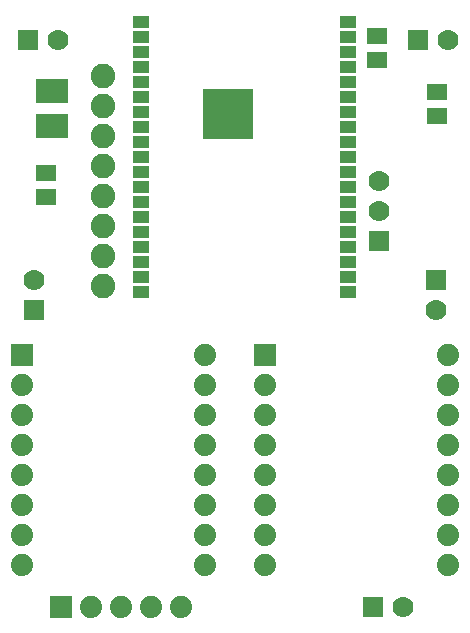
<source format=gts>
G04 ---------------------------- Layer name :TOP SOLDER LAYER*
G04 EasyEDA v5.6.15, Thu, 02 Aug 2018 18:58:32 GMT*
G04 5b09e127fb854e9390a9dbda6a4debf4*
G04 Gerber Generator version 0.2*
G04 Scale: 100 percent, Rotated: No, Reflected: No *
G04 Dimensions in inches *
G04 leading zeros omitted , absolute positions ,2 integer and 4 decimal *
%FSLAX24Y24*%
%MOIN*%
G90*
G70D02*

%ADD13R,0.110362X0.078866*%
%ADD14R,0.053276X0.043433*%
%ADD15R,0.165480X0.165480*%
%ADD16R,0.065870X0.053670*%
%ADD17R,0.074000X0.074000*%
%ADD18C,0.074000*%
%ADD19R,0.070000X0.070000*%
%ADD20C,0.070000*%
%ADD21C,0.082000*%

%LPD*%
G54D13*
G01X1800Y17900D03*
G01X1800Y16717D03*
G54D17*
G01X2100Y700D03*
G54D18*
G01X3100Y700D03*
G01X4100Y700D03*
G01X5100Y700D03*
G01X6100Y700D03*
G54D14*
G01X4771Y20200D03*
G01X4771Y19700D03*
G01X4771Y19200D03*
G01X4771Y18700D03*
G01X4771Y18200D03*
G01X4771Y17700D03*
G01X4771Y17200D03*
G01X4771Y16700D03*
G01X4771Y16200D03*
G01X4771Y15700D03*
G01X4771Y15200D03*
G01X4771Y14700D03*
G01X4771Y14200D03*
G01X4771Y13700D03*
G01X4771Y13200D03*
G01X4771Y12700D03*
G01X4771Y12200D03*
G01X4771Y11700D03*
G01X4771Y11200D03*
G01X11640Y20199D03*
G01X11640Y19699D03*
G01X11640Y19199D03*
G01X11640Y18699D03*
G01X11640Y18199D03*
G01X11640Y17699D03*
G01X11640Y17199D03*
G01X11640Y16699D03*
G01X11640Y16199D03*
G01X11640Y15699D03*
G01X11640Y15199D03*
G01X11640Y14699D03*
G01X11640Y14199D03*
G01X11640Y13699D03*
G01X11640Y13199D03*
G01X11640Y12699D03*
G01X11640Y12200D03*
G01X11640Y11700D03*
G01X11640Y11200D03*
G54D15*
G01X7664Y17133D03*
G54D17*
G01X800Y9100D03*
G54D18*
G01X6900Y9100D03*
G01X800Y8100D03*
G01X800Y7100D03*
G01X800Y6100D03*
G01X800Y5100D03*
G01X800Y4100D03*
G01X800Y3100D03*
G01X800Y2100D03*
G01X6900Y8100D03*
G01X6900Y7100D03*
G01X6900Y6100D03*
G01X6900Y5100D03*
G01X6900Y4100D03*
G01X6900Y3100D03*
G01X6900Y2100D03*
G54D17*
G01X8900Y9100D03*
G54D18*
G01X15000Y9100D03*
G01X8900Y8100D03*
G01X8900Y7100D03*
G01X8900Y6100D03*
G01X8900Y5100D03*
G01X8900Y4100D03*
G01X8900Y3100D03*
G01X8900Y2100D03*
G01X15000Y8100D03*
G01X15000Y7100D03*
G01X15000Y6100D03*
G01X15000Y5100D03*
G01X15000Y4100D03*
G01X15000Y3100D03*
G01X15000Y2100D03*
G54D19*
G01X1000Y19600D03*
G54D20*
G01X2000Y19600D03*
G54D19*
G01X1200Y10600D03*
G54D20*
G01X1200Y11600D03*
G54D19*
G01X14000Y19600D03*
G54D20*
G01X15000Y19600D03*
G54D19*
G01X14600Y11600D03*
G54D20*
G01X14600Y10600D03*
G54D19*
G01X12500Y700D03*
G54D20*
G01X13500Y700D03*
G54D16*
G01X12636Y19722D03*
G01X12636Y18922D03*
G01X14639Y17051D03*
G01X14639Y17851D03*
G01X1576Y15163D03*
G01X1576Y14363D03*
G54D21*
G01X3500Y18400D03*
G01X3500Y17400D03*
G01X3500Y16400D03*
G01X3500Y15400D03*
G01X3500Y14400D03*
G01X3500Y13400D03*
G01X3500Y12400D03*
G01X3500Y11400D03*
G54D20*
G01X12700Y14900D03*
G01X12700Y13900D03*
G54D19*
G01X12700Y12900D03*
M00*
M02*

</source>
